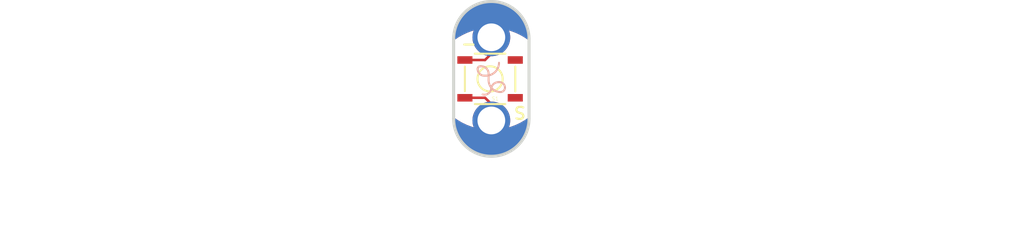
<source format=kicad_pcb>
(kicad_pcb (version 20211014) (generator pcbnew)
  (layers (0 "F.Cu" signal) (31 "B.Cu" signal) (34 "B.Paste" user) (35 "F.Paste" user) (36 "B.SilkS" user "B.Silkscreen") (37 "F.SilkS" user "F.Silkscreen") (38 "B.Mask" user) (39 "F.Mask" user) (44 "Edge.Cuts" user))
  (net 0 "")
  (net 1 "-")
  (net 2 "S")
  (footprint "boardEagle:CREATIVE_COMMONS" (layer "F.Cu") (at 119.2911 121.5136)
    (fp_text reference "U$1" hide)
    (fp_text value "CREATIVE_COMMONS" hide)
  )
  (footprint "boardEagle:TACTILE_SWITCH_SMD" (layer "F.Cu") (at 148.3741 105.0036 180)
    (fp_text reference "S1" (at -0.889 -1.778 180) (layer "F.SilkS") (effects (font (size 0.373888 0.373888) (thickness 0.032512)) (justify right top)))
    (fp_text value "")
    (fp_line (start -1.54 -2.54) (end 1.54 -2.54) (layer "F.SilkS") (width 0.2032))
    (fp_line (start 1.54 2.54) (end -1.54 2.54) (layer "F.SilkS") (width 0.2032))
    (fp_line (start -2.54 1.24) (end -2.54 -1.27) (layer "F.SilkS") (width 0.2032))
    (fp_line (start 2.54 -1.24) (end 2.54 1.24) (layer "F.SilkS") (width 0.2032))
    (fp_circle (center 0 0) (end 1.27 0) (layer "F.SilkS") (width 0.2032) (fill none))
    (pad "1" smd rect (at -2.54 -1.905 270) (size 0.762 1.524) (layers "F.Cu" "F.Paste" "F.Mask"))
    (pad "2" smd rect (at 2.54 -1.905 270) (size 0.762 1.524) (layers "F.Cu" "F.Paste" "F.Mask") (net 2 "S"))
    (pad "3" smd rect (at -2.54 1.905 270) (size 0.762 1.524) (layers "F.Cu" "F.Paste" "F.Mask"))
    (pad "4" smd rect (at 2.54 1.905 270) (size 0.762 1.524) (layers "F.Cu" "F.Paste" "F.Mask") (net 1 "-"))
  )
  (footprint "boardEagle:PETAL-MEDIUM-2SIDE" (layer "F.Cu") (at 148.5011 101.0666 180)
    (fp_text reference "BUTTON-0" hide)
    (fp_text value "SEWTAP8" hide)
    (fp_poly (pts (xy 3.852367 0.4049) (xy 3.78894 0.805364) (xy 3.684 1.197004) (xy 3.538698 1.57553) (xy 3.354625 1.936794) (xy 3.133798 2.276838) (xy 2.878636 2.591936) (xy 2.591936 2.878636) (xy 2.276838 3.133798) (xy 1.936794 3.354625) (xy 1.57553 3.538698) (xy 1.197004 3.684) (xy 0.805364 3.78894) (xy 0.4049 3.852367) (xy -0.001667 3.873675) (xy -0.803752 3.789372) (xy -1.197004 3.684) (xy -1.57553 3.538698) (xy -1.936794 3.354625) (xy -2.276838 3.133798) (xy -2.591936 2.878636) (xy -2.878636 2.591936) (xy -3.133798 2.276838) (xy -3.354625 1.936794) (xy -3.538698 1.57553) (xy -3.684 1.197004) (xy -3.78894 0.805364) (xy -3.852367 0.4049) (xy -3.880162 -0.125451) (xy -3.355573 0.235973) (xy -2.917575 0.488411) (xy -2.460725 0.704831) (xy -1.987953 0.883848) (xy -1.502318 1.0243) (xy -1.006977 1.125275) (xy -0.50513 1.186121) (xy 0 1.206448) (xy 0.50513 1.186121) (xy 1.006977 1.125275) (xy 1.502318 1.0243) (xy 1.987953 0.883848) (xy 2.460725 0.704831) (xy 2.917575 0.488411) (xy 3.355573 0.235973) (xy 3.880162 -0.125451)) (layer "F.Cu") (width 0) (fill solid))
    (fp_poly (pts (xy -3.355573 0.235973) (xy -2.917575 0.488411) (xy -2.460725 0.704831) (xy -1.987953 0.883848) (xy -1.502318 1.0243) (xy -1.006977 1.125275) (xy -0.50513 1.186121) (xy 0 1.206448) (xy 0.50513 1.186121) (xy 1.006977 1.125275) (xy 1.502318 1.0243) (xy 1.987953 0.883848) (xy 2.460725 0.704831) (xy 2.917575 0.488411) (xy 3.355573 0.235973) (xy 3.880162 -0.125451) (xy 3.852367 0.4049) (xy 3.78894 0.805364) (xy 3.684 1.197004) (xy 3.538698 1.57553) (xy 3.354625 1.936794) (xy 3.133798 2.276838) (xy 2.878636 2.591936) (xy 2.591936 2.878636) (xy 2.276838 3.133798) (xy 1.936794 3.354625) (xy 1.57553 3.538698) (xy 1.197004 3.684) (xy 0.805364 3.78894) (xy 0.4049 3.852367) (xy 0 3.873587) (xy -0.4049 3.852367) (xy -0.805364 3.78894) (xy -1.197004 3.684) (xy -1.57553 3.538698) (xy -1.936794 3.354625) (xy -2.276838 3.133798) (xy -2.591936 2.878636) (xy -2.878636 2.591936) (xy -3.133798 2.276838) (xy -3.354625 1.936794) (xy -3.538698 1.57553) (xy -3.684 1.197004) (xy -3.789372 0.803752) (xy -3.887572 -0.130556)) (layer "B.Cu") (width 0) (fill solid))
    (pad "1" thru_hole circle (at 0 0.254 180) (size 3.81 3.81) (drill 2.794) (layers *.Cu *.Mask) (net 1 "-"))
  )
  (footprint "boardEagle:PETAL-MEDIUM-2SIDE" (layer "F.Cu") (at 148.5011 108.9406)
    (fp_text reference "BUTTONS0" hide)
    (fp_text value "SEWTAP8" hide)
    (fp_poly (pts (xy 3.852367 0.4049) (xy 3.78894 0.805364) (xy 3.684 1.197004) (xy 3.538698 1.57553) (xy 3.354625 1.936794) (xy 3.133798 2.276838) (xy 2.878636 2.591936) (xy 2.591936 2.878636) (xy 2.276838 3.133798) (xy 1.936794 3.354625) (xy 1.57553 3.538698) (xy 1.197004 3.684) (xy 0.805364 3.78894) (xy 0.4049 3.852367) (xy -0.001667 3.873675) (xy -0.803752 3.789372) (xy -1.197004 3.684) (xy -1.57553 3.538698) (xy -1.936794 3.354625) (xy -2.276838 3.133798) (xy -2.591936 2.878636) (xy -2.878636 2.591936) (xy -3.133798 2.276838) (xy -3.354625 1.936794) (xy -3.538698 1.57553) (xy -3.684 1.197004) (xy -3.78894 0.805364) (xy -3.852367 0.4049) (xy -3.880162 -0.125451) (xy -3.355573 0.235973) (xy -2.917575 0.488411) (xy -2.460725 0.704831) (xy -1.987953 0.883848) (xy -1.502318 1.0243) (xy -1.006977 1.125275) (xy -0.50513 1.186121) (xy 0 1.206448) (xy 0.50513 1.186121) (xy 1.006977 1.125275) (xy 1.502318 1.0243) (xy 1.987953 0.883848) (xy 2.460725 0.704831) (xy 2.917575 0.488411) (xy 3.355573 0.235973) (xy 3.880162 -0.125451)) (layer "F.Cu") (width 0) (fill solid))
    (fp_poly (pts (xy -3.355573 0.235973) (xy -2.917575 0.488411) (xy -2.460725 0.704831) (xy -1.987953 0.883848) (xy -1.502318 1.0243) (xy -1.006977 1.125275) (xy -0.50513 1.186121) (xy 0 1.206448) (xy 0.50513 1.186121) (xy 1.006977 1.125275) (xy 1.502318 1.0243) (xy 1.987953 0.883848) (xy 2.460725 0.704831) (xy 2.917575 0.488411) (xy 3.355573 0.235973) (xy 3.880162 -0.125451) (xy 3.852367 0.4049) (xy 3.78894 0.805364) (xy 3.684 1.197004) (xy 3.538698 1.57553) (xy 3.354625 1.936794) (xy 3.133798 2.276838) (xy 2.878636 2.591936) (xy 2.591936 2.878636) (xy 2.276838 3.133798) (xy 1.936794 3.354625) (xy 1.57553 3.538698) (xy 1.197004 3.684) (xy 0.805364 3.78894) (xy 0.4049 3.852367) (xy 0 3.873587) (xy -0.4049 3.852367) (xy -0.805364 3.78894) (xy -1.197004 3.684) (xy -1.57553 3.538698) (xy -1.936794 3.354625) (xy -2.276838 3.133798) (xy -2.591936 2.878636) (xy -2.878636 2.591936) (xy -3.133798 2.276838) (xy -3.354625 1.936794) (xy -3.538698 1.57553) (xy -3.684 1.197004) (xy -3.789372 0.803752) (xy -3.887572 -0.130556)) (layer "B.Cu") (width 0) (fill solid))
    (pad "1" thru_hole circle (at 0 0.254) (size 3.81 3.81) (drill 2.794) (layers *.Cu *.Mask) (net 2 "S"))
  )
  (footprint "boardEagle:LOGO-L" (layer "B.Cu") (at 148.5011 105.0036 180)
    (fp_text reference "LOGO1" hide)
    (fp_text value "LOGO-LPL" hide)
    (fp_line (start 1.3768 0.9744) (end 1.3768 1.0244) (layer "B.SilkS") (width 0.2032))
    (fp_line (start 0.2768 0.5244) (end 0.2768 -0.1256) (layer "B.SilkS") (width 0.2032))
    (fp_line (start -0.8232 -0.3256) (end -0.7232 -0.3256) (layer "B.SilkS") (width 0.2032))
    (fp_line (start 1.1268 1.2744) (end 1.0268 1.2744) (layer "B.SilkS") (width 0.2032))
    (fp_line (start 0.5268 0.3244) (end 0.7268 0.3244) (layer "B.SilkS") (width 0.2032))
    (fp_arc (start 0.0268 -1.0756) (mid -0.19287 -0.54527) (end -0.7232 -0.3256) (layer "B.SilkS") (width 0.2032))
    (fp_arc (start 1.0268 1.2744) (mid 0.49647 1.05473) (end 0.2768 0.5244) (layer "B.SilkS") (width 0.2032))
    (fp_arc (start -0.7732 1.6244) (mid -0.392439 0.705161) (end 0.5268 0.3244) (layer "B.SilkS") (width 0.2032))
    (fp_arc (start -0.923201 -1.325599) (mid -0.074673 -0.974128) (end 0.2768 -0.1256) (layer "B.SilkS") (width 0.2032))
    (fp_arc (start -1.3732 -0.8756) (mid -1.241398 -1.193798) (end -0.9232 -1.3256) (layer "B.SilkS") (width 0.2032))
    (fp_arc (start 1.3768 1.0244) (mid 1.303577 1.201177) (end 1.1268 1.2744) (layer "B.SilkS") (width 0.2032))
    (fp_arc (start -0.8232 -0.3256) (mid -1.212109 -0.486691) (end -1.3732 -0.8756) (layer "B.SilkS") (width 0.2032))
    (fp_arc (start 0.7268 0.3244) (mid 1.186419 0.514781) (end 1.3768 0.9744) (layer "B.SilkS") (width 0.2032))
    (fp_arc (start 0.0268 -1.0756) (mid 0.348247 -1.501641) (end 0.8768 -1.5756) (layer "B.SilkS") (width 0.2032))
  )
  (gr_arc (start 152.3011 109.0036) (mid 148.5011 112.8036) (end 144.7011 109.0036) (layer "Edge.Cuts") (width 0.3048))
  (gr_line (start 152.3011 101.0036) (end 152.3011 109.0036) (layer "Edge.Cuts") (width 0.3048))
  (gr_line (start 144.7011 101.0036) (end 144.7011 109.0036) (layer "Edge.Cuts") (width 0.3048))
  (gr_arc (start 144.7011 101.0036) (mid 148.5011 97.2036) (end 152.3011 101.0036) (layer "Edge.Cuts") (width 0.3048))
  (gr_text "-" (at 145.3461 102.1596) (layer "F.SilkS") (effects (font (size 1.20904 1.20904) (thickness 0.21336)) (justify left bottom)))
  (gr_text "S" (at 150.6601 109.1946) (layer "F.SilkS") (effects (font (size 1.20904 1.20904) (thickness 0.21336)) (justify left bottom)))
  (segment (start 147.8661 103.0986) (end 148.5011 102.4636) (width 0.254) (layer "F.Cu") (net 1))
  (segment (start 148.5011 102.4636) (end 148.5011 100.8126) (width 0.254) (layer "F.Cu") (net 1))
  (segment (start 147.8661 103.0986) (end 145.8341 103.0986) (width 0.254) (layer "F.Cu") (net 1))
  (segment (start 148.5011 107.5436) (end 148.5011 109.1946) (width 0.254) (layer "F.Cu") (net 2))
  (segment (start 147.8661 106.9086) (end 145.8341 106.9086) (width 0.254) (layer "F.Cu") (net 2))
  (segment (start 147.8661 106.9086) (end 148.5011 107.5436) (width 0.254) (layer "F.Cu") (net 2))
)
</source>
